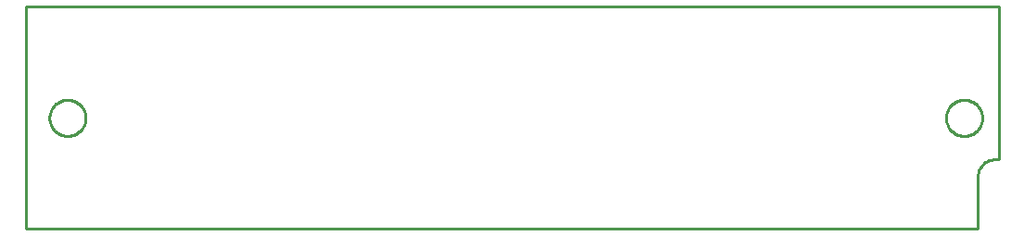
<source format=gbr>
G04 EAGLE Gerber RS-274X export*
G75*
%MOMM*%
%FSLAX34Y34*%
%LPD*%
%IN*%
%IPPOS*%
%AMOC8*
5,1,8,0,0,1.08239X$1,22.5*%
G01*
%ADD10C,0.254000*%


D10*
X0Y0D02*
X869950Y0D01*
X869950Y48810D01*
X870022Y50105D01*
X870207Y51389D01*
X870503Y52653D01*
X870908Y53885D01*
X871419Y55077D01*
X872032Y56221D01*
X872742Y57307D01*
X873545Y58326D01*
X874433Y59272D01*
X875400Y60137D01*
X876438Y60914D01*
X877541Y61598D01*
X878699Y62183D01*
X879903Y62665D01*
X881145Y63040D01*
X882415Y63305D01*
X883703Y63459D01*
X885000Y63500D01*
X889000Y63500D01*
X889000Y203200D01*
X0Y203200D01*
X0Y0D01*
X54610Y101060D02*
X54539Y99981D01*
X54398Y98909D01*
X54187Y97849D01*
X53908Y96805D01*
X53560Y95781D01*
X53146Y94783D01*
X52668Y93813D01*
X52128Y92877D01*
X51527Y91978D01*
X50869Y91121D01*
X50157Y90308D01*
X49392Y89544D01*
X48579Y88831D01*
X47722Y88173D01*
X46823Y87572D01*
X45887Y87032D01*
X44917Y86554D01*
X43919Y86140D01*
X42895Y85792D01*
X41851Y85513D01*
X40791Y85302D01*
X39719Y85161D01*
X38640Y85090D01*
X37560Y85090D01*
X36481Y85161D01*
X35409Y85302D01*
X34349Y85513D01*
X33305Y85792D01*
X32281Y86140D01*
X31283Y86554D01*
X30313Y87032D01*
X29377Y87572D01*
X28478Y88173D01*
X27621Y88831D01*
X26808Y89544D01*
X26044Y90308D01*
X25331Y91121D01*
X24673Y91978D01*
X24072Y92877D01*
X23532Y93813D01*
X23054Y94783D01*
X22640Y95781D01*
X22292Y96805D01*
X22013Y97849D01*
X21802Y98909D01*
X21661Y99981D01*
X21590Y101060D01*
X21590Y102140D01*
X21661Y103219D01*
X21802Y104291D01*
X22013Y105351D01*
X22292Y106395D01*
X22640Y107419D01*
X23054Y108417D01*
X23532Y109387D01*
X24072Y110323D01*
X24673Y111222D01*
X25331Y112079D01*
X26044Y112892D01*
X26808Y113657D01*
X27621Y114369D01*
X28478Y115027D01*
X29377Y115628D01*
X30313Y116168D01*
X31283Y116646D01*
X32281Y117060D01*
X33305Y117408D01*
X34349Y117687D01*
X35409Y117898D01*
X36481Y118039D01*
X37560Y118110D01*
X38640Y118110D01*
X39719Y118039D01*
X40791Y117898D01*
X41851Y117687D01*
X42895Y117408D01*
X43919Y117060D01*
X44917Y116646D01*
X45887Y116168D01*
X46823Y115628D01*
X47722Y115027D01*
X48579Y114369D01*
X49392Y113657D01*
X50157Y112892D01*
X50869Y112079D01*
X51527Y111222D01*
X52128Y110323D01*
X52668Y109387D01*
X53146Y108417D01*
X53560Y107419D01*
X53908Y106395D01*
X54187Y105351D01*
X54398Y104291D01*
X54539Y103219D01*
X54610Y102140D01*
X54610Y101060D01*
X873760Y101060D02*
X873689Y99981D01*
X873548Y98909D01*
X873337Y97849D01*
X873058Y96805D01*
X872710Y95781D01*
X872296Y94783D01*
X871818Y93813D01*
X871278Y92877D01*
X870677Y91978D01*
X870019Y91121D01*
X869307Y90308D01*
X868542Y89544D01*
X867729Y88831D01*
X866872Y88173D01*
X865973Y87572D01*
X865037Y87032D01*
X864067Y86554D01*
X863069Y86140D01*
X862045Y85792D01*
X861001Y85513D01*
X859941Y85302D01*
X858869Y85161D01*
X857790Y85090D01*
X856710Y85090D01*
X855631Y85161D01*
X854559Y85302D01*
X853499Y85513D01*
X852455Y85792D01*
X851431Y86140D01*
X850433Y86554D01*
X849463Y87032D01*
X848527Y87572D01*
X847628Y88173D01*
X846771Y88831D01*
X845958Y89544D01*
X845194Y90308D01*
X844481Y91121D01*
X843823Y91978D01*
X843222Y92877D01*
X842682Y93813D01*
X842204Y94783D01*
X841790Y95781D01*
X841442Y96805D01*
X841163Y97849D01*
X840952Y98909D01*
X840811Y99981D01*
X840740Y101060D01*
X840740Y102140D01*
X840811Y103219D01*
X840952Y104291D01*
X841163Y105351D01*
X841442Y106395D01*
X841790Y107419D01*
X842204Y108417D01*
X842682Y109387D01*
X843222Y110323D01*
X843823Y111222D01*
X844481Y112079D01*
X845194Y112892D01*
X845958Y113657D01*
X846771Y114369D01*
X847628Y115027D01*
X848527Y115628D01*
X849463Y116168D01*
X850433Y116646D01*
X851431Y117060D01*
X852455Y117408D01*
X853499Y117687D01*
X854559Y117898D01*
X855631Y118039D01*
X856710Y118110D01*
X857790Y118110D01*
X858869Y118039D01*
X859941Y117898D01*
X861001Y117687D01*
X862045Y117408D01*
X863069Y117060D01*
X864067Y116646D01*
X865037Y116168D01*
X865973Y115628D01*
X866872Y115027D01*
X867729Y114369D01*
X868542Y113657D01*
X869307Y112892D01*
X870019Y112079D01*
X870677Y111222D01*
X871278Y110323D01*
X871818Y109387D01*
X872296Y108417D01*
X872710Y107419D01*
X873058Y106395D01*
X873337Y105351D01*
X873548Y104291D01*
X873689Y103219D01*
X873760Y102140D01*
X873760Y101060D01*
M02*

</source>
